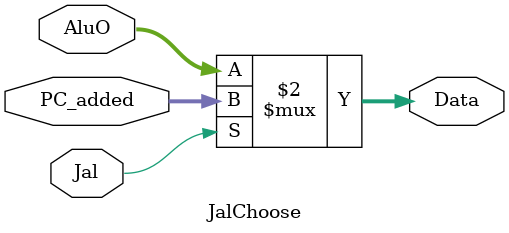
<source format=v>
`timescale 1ns / 1ps


module JalChoose(AluO, PC_added, Jal, Data);

input [31:0] AluO, PC_added;
input Jal;
output [31:0] Data;

assign Data = (Jal == 1)? PC_added : AluO;

endmodule

</source>
